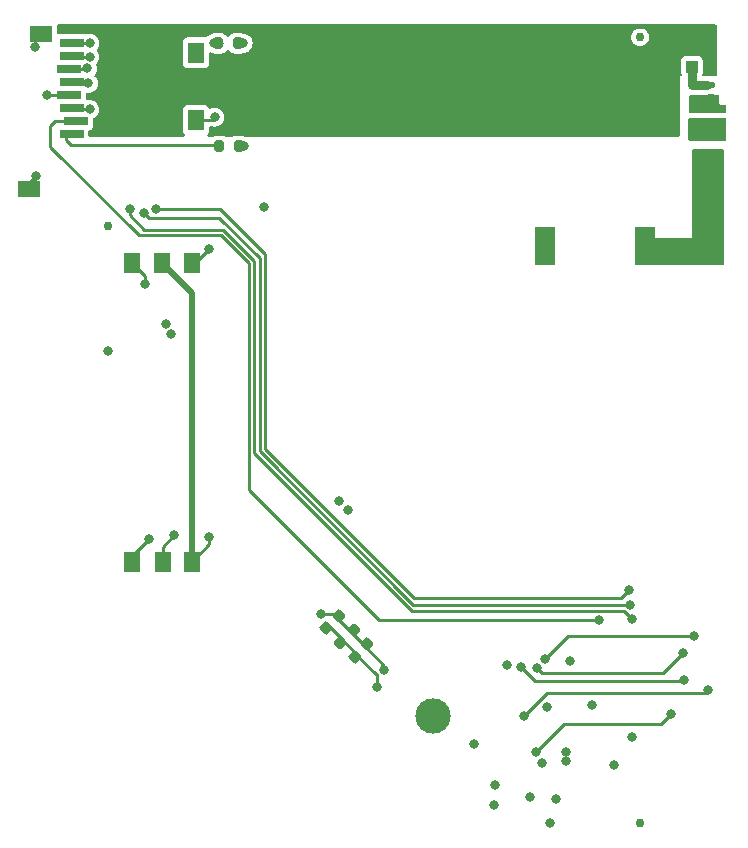
<source format=gbr>
G04 #@! TF.GenerationSoftware,KiCad,Pcbnew,6.0.0+dfsg1-2*
G04 #@! TF.CreationDate,2022-02-08T13:12:27-05:00*
G04 #@! TF.ProjectId,RUSP_Daughterboard,52555350-5f44-4617-9567-68746572626f,rev?*
G04 #@! TF.SameCoordinates,Original*
G04 #@! TF.FileFunction,Copper,L1,Top*
G04 #@! TF.FilePolarity,Positive*
%FSLAX46Y46*%
G04 Gerber Fmt 4.6, Leading zero omitted, Abs format (unit mm)*
G04 Created by KiCad (PCBNEW 6.0.0+dfsg1-2) date 2022-02-08 13:12:27*
%MOMM*%
%LPD*%
G01*
G04 APERTURE LIST*
G04 Aperture macros list*
%AMRoundRect*
0 Rectangle with rounded corners*
0 $1 Rounding radius*
0 $2 $3 $4 $5 $6 $7 $8 $9 X,Y pos of 4 corners*
0 Add a 4 corners polygon primitive as box body*
4,1,4,$2,$3,$4,$5,$6,$7,$8,$9,$2,$3,0*
0 Add four circle primitives for the rounded corners*
1,1,$1+$1,$2,$3*
1,1,$1+$1,$4,$5*
1,1,$1+$1,$6,$7*
1,1,$1+$1,$8,$9*
0 Add four rect primitives between the rounded corners*
20,1,$1+$1,$2,$3,$4,$5,0*
20,1,$1+$1,$4,$5,$6,$7,0*
20,1,$1+$1,$6,$7,$8,$9,0*
20,1,$1+$1,$8,$9,$2,$3,0*%
G04 Aperture macros list end*
G04 #@! TA.AperFunction,SMDPad,CuDef*
%ADD10RoundRect,0.200000X0.200000X0.275000X-0.200000X0.275000X-0.200000X-0.275000X0.200000X-0.275000X0*%
G04 #@! TD*
G04 #@! TA.AperFunction,SMDPad,CuDef*
%ADD11RoundRect,0.218750X-0.026517X0.335876X-0.335876X0.026517X0.026517X-0.335876X0.335876X-0.026517X0*%
G04 #@! TD*
G04 #@! TA.AperFunction,SMDPad,CuDef*
%ADD12RoundRect,0.225000X-0.017678X0.335876X-0.335876X0.017678X0.017678X-0.335876X0.335876X-0.017678X0*%
G04 #@! TD*
G04 #@! TA.AperFunction,SMDPad,CuDef*
%ADD13C,0.750000*%
G04 #@! TD*
G04 #@! TA.AperFunction,SMDPad,CuDef*
%ADD14R,2.000000X0.800000*%
G04 #@! TD*
G04 #@! TA.AperFunction,SMDPad,CuDef*
%ADD15R,1.400000X1.800000*%
G04 #@! TD*
G04 #@! TA.AperFunction,SMDPad,CuDef*
%ADD16R,1.900000X1.400000*%
G04 #@! TD*
G04 #@! TA.AperFunction,ComponentPad*
%ADD17C,3.000000*%
G04 #@! TD*
G04 #@! TA.AperFunction,SMDPad,CuDef*
%ADD18RoundRect,0.140000X0.170000X-0.140000X0.170000X0.140000X-0.170000X0.140000X-0.170000X-0.140000X0*%
G04 #@! TD*
G04 #@! TA.AperFunction,SMDPad,CuDef*
%ADD19RoundRect,0.218750X0.218750X0.256250X-0.218750X0.256250X-0.218750X-0.256250X0.218750X-0.256250X0*%
G04 #@! TD*
G04 #@! TA.AperFunction,SMDPad,CuDef*
%ADD20RoundRect,0.218750X0.256250X-0.218750X0.256250X0.218750X-0.256250X0.218750X-0.256250X-0.218750X0*%
G04 #@! TD*
G04 #@! TA.AperFunction,SMDPad,CuDef*
%ADD21R,1.000000X1.000000*%
G04 #@! TD*
G04 #@! TA.AperFunction,SMDPad,CuDef*
%ADD22R,1.050000X2.200000*%
G04 #@! TD*
G04 #@! TA.AperFunction,SMDPad,CuDef*
%ADD23R,1.700000X3.200000*%
G04 #@! TD*
G04 #@! TA.AperFunction,ViaPad*
%ADD24C,0.800000*%
G04 #@! TD*
G04 #@! TA.AperFunction,Conductor*
%ADD25C,0.250000*%
G04 #@! TD*
G04 #@! TA.AperFunction,Conductor*
%ADD26C,0.500000*%
G04 #@! TD*
G04 #@! TA.AperFunction,Conductor*
%ADD27C,0.750000*%
G04 #@! TD*
G04 APERTURE END LIST*
D10*
X137525000Y-79700000D03*
X135875000Y-79700000D03*
X137440000Y-71000000D03*
X135790000Y-71000000D03*
D11*
X147246847Y-120653153D03*
X146133153Y-121766847D03*
D12*
X146028008Y-119451992D03*
X144931992Y-120548008D03*
X148428008Y-121881992D03*
X147331992Y-122978008D03*
D13*
X171500000Y-70500000D03*
X126500000Y-86500000D03*
D14*
X123375000Y-78690000D03*
X123775000Y-77590000D03*
X123375000Y-76490000D03*
X123175000Y-75390000D03*
X123375000Y-74290000D03*
X123175000Y-73190000D03*
X123375000Y-72090000D03*
X123375000Y-70990000D03*
D15*
X133925000Y-71800000D03*
X133925000Y-77500000D03*
D16*
X120775000Y-70200000D03*
X119775000Y-83350000D03*
D17*
X154000000Y-128000000D03*
D13*
X171500000Y-137000000D03*
D15*
X128480000Y-89613500D03*
X131020000Y-89613500D03*
X133560000Y-89613500D03*
X128480000Y-114886500D03*
X131083500Y-114886500D03*
X133560000Y-114886500D03*
D18*
X177530000Y-75530000D03*
X177530000Y-74570000D03*
D19*
X176047500Y-76100000D03*
X174472500Y-76100000D03*
D18*
X177520000Y-77555000D03*
X177520000Y-76595000D03*
D20*
X177580000Y-80447500D03*
X177580000Y-78872500D03*
D19*
X176037500Y-77800000D03*
X174462500Y-77800000D03*
D21*
X175900000Y-73000000D03*
X175900000Y-70000000D03*
D22*
X177375000Y-71500000D03*
X174425000Y-71500000D03*
D23*
X171950000Y-88200000D03*
X163450000Y-88200000D03*
D24*
X159132660Y-135507340D03*
X124723699Y-73134294D03*
X120300000Y-71300000D03*
X135000000Y-88400000D03*
X165600000Y-123300000D03*
X149225010Y-125524888D03*
X157480000Y-130302000D03*
X170800000Y-129700000D03*
X146050000Y-109728000D03*
X146812000Y-110490000D03*
X120396006Y-82200000D03*
X174149991Y-127749991D03*
X162700000Y-131000000D03*
X161400000Y-123800000D03*
X175200000Y-124900000D03*
X161694805Y-127925000D03*
X160200000Y-123600000D03*
X177300000Y-125800000D03*
X139700000Y-84836000D03*
X138000000Y-79700000D03*
X121300000Y-75400000D03*
X169300000Y-132100000D03*
X159200000Y-133800000D03*
X137900000Y-71000000D03*
X129537660Y-85362340D03*
X170650000Y-118550000D03*
X124800000Y-74400000D03*
X124909034Y-72152125D03*
X130481712Y-85032505D03*
X170600000Y-117250000D03*
X135500000Y-77250000D03*
X163600000Y-127200000D03*
X124900000Y-76600000D03*
X170800000Y-119750000D03*
X128300000Y-85000000D03*
X168000000Y-119800000D03*
X163500000Y-123100000D03*
X176100000Y-121200000D03*
X129600000Y-91400000D03*
X164400000Y-134974990D03*
X126437701Y-97037701D03*
X129900000Y-113000000D03*
X163200000Y-131900000D03*
X163900000Y-137025010D03*
X132029325Y-112674990D03*
X144500000Y-119300000D03*
X135010743Y-112824979D03*
X149855726Y-124068501D03*
X162200000Y-134800000D03*
X135400000Y-71000000D03*
X124900000Y-71000000D03*
X165201292Y-131775010D03*
X131400000Y-94800000D03*
X131826000Y-95600000D03*
X165201292Y-131001292D03*
X167400000Y-127000000D03*
X162775000Y-123900000D03*
X175124500Y-122600000D03*
D25*
X149855726Y-124068501D02*
X149855726Y-123684478D01*
X149855726Y-123684478D02*
X148040624Y-121869376D01*
X148040624Y-121869376D02*
X148040624Y-121839376D01*
X148040624Y-121839376D02*
X145861837Y-119660589D01*
X145861837Y-119660589D02*
X145819411Y-119660589D01*
X145535894Y-119377072D02*
X145535894Y-119300000D01*
X145535894Y-119300000D02*
X144500000Y-119300000D01*
X145819411Y-119660589D02*
X145535894Y-119377072D01*
X177100000Y-126000000D02*
X163619805Y-126000000D01*
X177300000Y-125800000D02*
X177100000Y-126000000D01*
X163619805Y-126000000D02*
X161694805Y-127925000D01*
X146229376Y-121470624D02*
X146229376Y-121428198D01*
X146229376Y-121428198D02*
X145140589Y-120339411D01*
X147319376Y-122590624D02*
X147319376Y-122560624D01*
X147319376Y-122560624D02*
X146229376Y-121470624D01*
X149225010Y-124425010D02*
X149153762Y-124425010D01*
X149153762Y-124425010D02*
X147319376Y-122590624D01*
X124900000Y-71000000D02*
X124890000Y-70990000D01*
X124890000Y-70990000D02*
X122875000Y-70990000D01*
X124909034Y-72152125D02*
X123002125Y-72152125D01*
X123002125Y-72152125D02*
X122950000Y-72100000D01*
X124723699Y-73134294D02*
X124667993Y-73190000D01*
X124667993Y-73190000D02*
X122675000Y-73190000D01*
X124800000Y-74400000D02*
X122800000Y-74400000D01*
X122800000Y-74400000D02*
X122700000Y-74300000D01*
X124900000Y-76600000D02*
X124850000Y-76550000D01*
X124850000Y-76550000D02*
X122900000Y-76550000D01*
X133560000Y-89613500D02*
X133786500Y-89613500D01*
X120275000Y-70200000D02*
X120275000Y-71275000D01*
X120275000Y-71275000D02*
X120300000Y-71300000D01*
X149225010Y-124425010D02*
X149225010Y-125524888D01*
X119275000Y-83350000D02*
X120396006Y-82228994D01*
X133786500Y-89613500D02*
X135000000Y-88400000D01*
X120396006Y-82228994D02*
X120396006Y-82200000D01*
X165044989Y-128655011D02*
X162700000Y-131000000D01*
X173244971Y-128655011D02*
X165044989Y-128655011D01*
X174149991Y-127749991D02*
X173244971Y-128655011D01*
X162600000Y-125000000D02*
X161400000Y-123800000D01*
X175200000Y-124900000D02*
X175100000Y-125000000D01*
X175100000Y-125000000D02*
X162600000Y-125000000D01*
X137185000Y-79700000D02*
X138000000Y-79700000D01*
X137100000Y-71000000D02*
X137900000Y-71000000D01*
X122675000Y-75390000D02*
X121310000Y-75390000D01*
X121310000Y-75390000D02*
X121300000Y-75400000D01*
X139300000Y-105536410D02*
X139300000Y-89200000D01*
X129937659Y-85762339D02*
X129537660Y-85362340D01*
X139300000Y-89200000D02*
X135862339Y-85762339D01*
X135862339Y-85762339D02*
X129937659Y-85762339D01*
X170650000Y-118550000D02*
X152313590Y-118550000D01*
X152313590Y-118550000D02*
X139300000Y-105536410D01*
X135932505Y-85032505D02*
X130481712Y-85032505D01*
X170600000Y-117250000D02*
X169895216Y-117954784D01*
X139750000Y-105350000D02*
X139750000Y-88850000D01*
X139750000Y-88850000D02*
X135932505Y-85032505D01*
X169895216Y-117954784D02*
X152354784Y-117954784D01*
X152354784Y-117954784D02*
X139750000Y-105350000D01*
X135250000Y-77500000D02*
X135500000Y-77250000D01*
X133425000Y-77500000D02*
X135250000Y-77500000D01*
X138849991Y-105722811D02*
X138849991Y-89399990D01*
X129509316Y-86775001D02*
X128300000Y-85565685D01*
X170124998Y-119074998D02*
X152202178Y-119074998D01*
X170800000Y-119750000D02*
X170124998Y-119074998D01*
X136225001Y-86775001D02*
X129509316Y-86775001D01*
X128300000Y-85565685D02*
X128300000Y-85000000D01*
X152202178Y-119074998D02*
X138849991Y-105722811D01*
X138849991Y-89399990D02*
X136225001Y-86775001D01*
X138399980Y-89586390D02*
X138399980Y-108790978D01*
X138399980Y-108790978D02*
X149409002Y-119800000D01*
X136063590Y-87250000D02*
X138399980Y-89586390D01*
X129050000Y-87250000D02*
X136063590Y-87250000D01*
X123275000Y-77590000D02*
X121989998Y-77590000D01*
X121549999Y-79749999D02*
X129050000Y-87250000D01*
X121549999Y-78029999D02*
X121549999Y-79749999D01*
X149409002Y-119800000D02*
X168000000Y-119800000D01*
X121989998Y-77590000D02*
X121549999Y-78029999D01*
X176100000Y-121200000D02*
X165400000Y-121200000D01*
X165400000Y-121200000D02*
X163500000Y-123100000D01*
X129600000Y-90733500D02*
X129600000Y-91400000D01*
X128480000Y-89613500D02*
X129600000Y-90733500D01*
X128480000Y-114420000D02*
X129900000Y-113000000D01*
X128480000Y-114886500D02*
X128480000Y-114420000D01*
X131083500Y-113620815D02*
X132029325Y-112674990D01*
X131083500Y-114886500D02*
X131083500Y-113620815D01*
D26*
X133560000Y-92160000D02*
X131200000Y-89800000D01*
X133560000Y-114886500D02*
X133560000Y-92160000D01*
D25*
X135010743Y-113435757D02*
X135010743Y-112824979D01*
X133560000Y-114886500D02*
X135010743Y-113435757D01*
X122875000Y-79225000D02*
X123300000Y-79650000D01*
X123300000Y-79650000D02*
X136150000Y-79650000D01*
X122875000Y-78690000D02*
X122875000Y-79225000D01*
X136130000Y-71000000D02*
X135400000Y-71000000D01*
X173424501Y-124299999D02*
X163174999Y-124299999D01*
X163174999Y-124299999D02*
X162775000Y-123900000D01*
X175124500Y-122600000D02*
X173424501Y-124299999D01*
D27*
X175965000Y-74565000D02*
X175900000Y-74500000D01*
X177200000Y-74565000D02*
X175965000Y-74565000D01*
X175900000Y-74500000D02*
X175900000Y-72900000D01*
G04 #@! TA.AperFunction,Conductor*
G36*
X178159191Y-75418907D02*
G01*
X178195155Y-75468407D01*
X178200000Y-75499000D01*
X178200000Y-75994123D01*
X178199955Y-76045449D01*
X178204781Y-76055498D01*
X178204781Y-76055500D01*
X178205185Y-76056341D01*
X178212463Y-76077183D01*
X178212670Y-76078093D01*
X178212672Y-76078096D01*
X178215150Y-76088962D01*
X178222097Y-76097680D01*
X178222520Y-76098211D01*
X178234334Y-76117046D01*
X178234625Y-76117653D01*
X178234628Y-76117657D01*
X178239453Y-76127705D01*
X178248893Y-76135254D01*
X178264484Y-76150872D01*
X178272015Y-76160323D01*
X178282058Y-76165167D01*
X178282663Y-76165459D01*
X178301478Y-76177308D01*
X178302005Y-76177730D01*
X178302010Y-76177732D01*
X178310715Y-76184694D01*
X178322405Y-76187382D01*
X178322492Y-76187402D01*
X178343318Y-76194715D01*
X178354202Y-76199965D01*
X178365347Y-76199975D01*
X178365348Y-76199975D01*
X178377213Y-76199985D01*
X178377211Y-76201730D01*
X178377277Y-76201724D01*
X178377277Y-76200000D01*
X178394123Y-76200000D01*
X178445160Y-76200045D01*
X178445449Y-76200045D01*
X178445537Y-76200003D01*
X178445561Y-76200000D01*
X178701000Y-76200000D01*
X178759191Y-76218907D01*
X178795155Y-76268407D01*
X178800000Y-76299000D01*
X178800000Y-76801000D01*
X178781093Y-76859191D01*
X178731593Y-76895155D01*
X178701000Y-76900000D01*
X175752963Y-76900000D01*
X175694772Y-76881093D01*
X175658808Y-76831593D01*
X175653963Y-76801000D01*
X175653963Y-75499000D01*
X175672870Y-75440809D01*
X175722370Y-75404845D01*
X175752963Y-75400000D01*
X178101000Y-75400000D01*
X178159191Y-75418907D01*
G37*
G04 #@! TD.AperFunction*
G04 #@! TA.AperFunction,Conductor*
G36*
X178759191Y-77318907D02*
G01*
X178795155Y-77368407D01*
X178800000Y-77399000D01*
X178800000Y-79141000D01*
X178781093Y-79199191D01*
X178731593Y-79235155D01*
X178701000Y-79240000D01*
X175705719Y-79240000D01*
X175647528Y-79221093D01*
X175611564Y-79171593D01*
X175606720Y-79141361D01*
X175600363Y-77399361D01*
X175619057Y-77341102D01*
X175668426Y-77304958D01*
X175699362Y-77300000D01*
X178701000Y-77300000D01*
X178759191Y-77318907D01*
G37*
G04 #@! TD.AperFunction*
G04 #@! TA.AperFunction,Conductor*
G36*
X178542121Y-79960002D02*
G01*
X178588614Y-80013658D01*
X178600000Y-80066000D01*
X178600000Y-89647214D01*
X178579998Y-89715335D01*
X178526342Y-89761828D01*
X178474000Y-89773214D01*
X171426000Y-89773214D01*
X171357879Y-89753212D01*
X171311386Y-89699556D01*
X171300000Y-89647214D01*
X171300000Y-87599214D01*
X171320002Y-87531093D01*
X171373658Y-87484600D01*
X171426000Y-87473214D01*
X175900000Y-87473214D01*
X175880335Y-80066334D01*
X175900157Y-79998161D01*
X175953689Y-79951526D01*
X176006335Y-79940000D01*
X178474000Y-79940000D01*
X178542121Y-79960002D01*
G37*
G04 #@! TD.AperFunction*
G04 #@! TA.AperFunction,Conductor*
G36*
X177942121Y-69420002D02*
G01*
X177988614Y-69473658D01*
X178000000Y-69526000D01*
X178000000Y-73674000D01*
X177979998Y-73742121D01*
X177926342Y-73788614D01*
X177874000Y-73800000D01*
X177340176Y-73800000D01*
X177324384Y-73799006D01*
X177249137Y-73789500D01*
X176904089Y-73789500D01*
X176835968Y-73769498D01*
X176789475Y-73715842D01*
X176779371Y-73645568D01*
X176782772Y-73630944D01*
X176785646Y-73625304D01*
X176800500Y-73531519D01*
X176800499Y-72468482D01*
X176785646Y-72374696D01*
X176728050Y-72261658D01*
X176638342Y-72171950D01*
X176525304Y-72114354D01*
X176515515Y-72112804D01*
X176515513Y-72112803D01*
X176488151Y-72108470D01*
X176431519Y-72099500D01*
X175900108Y-72099500D01*
X175368482Y-72099501D01*
X175363589Y-72100276D01*
X175363588Y-72100276D01*
X175284494Y-72112802D01*
X175284492Y-72112803D01*
X175274696Y-72114354D01*
X175161658Y-72171950D01*
X175071950Y-72261658D01*
X175014354Y-72374696D01*
X174999500Y-72468481D01*
X174999501Y-73531518D01*
X175014354Y-73625304D01*
X175018855Y-73634137D01*
X175019215Y-73635246D01*
X175021242Y-73706213D01*
X174984579Y-73767011D01*
X174934881Y-73795077D01*
X174918116Y-73800000D01*
X174900000Y-73800000D01*
X174900000Y-78774000D01*
X174879998Y-78842121D01*
X174826342Y-78888614D01*
X174774000Y-78900000D01*
X138059615Y-78900000D01*
X138044698Y-78899114D01*
X138033702Y-78897803D01*
X138000401Y-78889098D01*
X137889391Y-78843116D01*
X137881762Y-78839956D01*
X137778353Y-78826342D01*
X137768448Y-78825038D01*
X137768447Y-78825038D01*
X137764361Y-78824500D01*
X137525030Y-78824500D01*
X137285640Y-78824501D01*
X137281556Y-78825039D01*
X137281550Y-78825039D01*
X137176425Y-78838878D01*
X137176423Y-78838878D01*
X137168238Y-78839956D01*
X137049599Y-78889098D01*
X137046434Y-78890409D01*
X136998216Y-78900000D01*
X136401784Y-78900000D01*
X136353566Y-78890409D01*
X136239391Y-78843116D01*
X136231762Y-78839956D01*
X136128353Y-78826342D01*
X136118448Y-78825038D01*
X136118447Y-78825038D01*
X136114361Y-78824500D01*
X135875030Y-78824500D01*
X135635640Y-78824501D01*
X135631556Y-78825039D01*
X135631550Y-78825039D01*
X135526425Y-78838878D01*
X135526423Y-78838878D01*
X135518238Y-78839956D01*
X135399599Y-78889098D01*
X135396434Y-78890409D01*
X135348216Y-78900000D01*
X134995582Y-78900000D01*
X134927461Y-78879998D01*
X134880968Y-78826342D01*
X134870864Y-78756068D01*
X134900358Y-78691488D01*
X134906487Y-78684905D01*
X134953050Y-78638342D01*
X135010646Y-78525304D01*
X135025500Y-78431519D01*
X135025500Y-78151500D01*
X135045502Y-78083379D01*
X135099158Y-78036886D01*
X135151500Y-78025500D01*
X135235564Y-78025500D01*
X135240796Y-78025609D01*
X135280179Y-78027260D01*
X135301679Y-78030358D01*
X135305116Y-78031636D01*
X135387769Y-78042664D01*
X135476149Y-78054457D01*
X135476153Y-78054457D01*
X135483130Y-78055388D01*
X135490142Y-78054750D01*
X135490146Y-78054750D01*
X135654960Y-78039751D01*
X135654961Y-78039751D01*
X135661981Y-78039112D01*
X135832782Y-77983615D01*
X135871721Y-77960403D01*
X135980992Y-77895265D01*
X135980994Y-77895264D01*
X135987044Y-77891657D01*
X136117099Y-77767807D01*
X136137571Y-77736995D01*
X136171408Y-77686065D01*
X136216483Y-77618222D01*
X136268528Y-77481213D01*
X136277757Y-77456919D01*
X136277758Y-77456914D01*
X136280257Y-77450336D01*
X136281237Y-77443364D01*
X136304700Y-77276416D01*
X136304700Y-77276411D01*
X136305251Y-77272493D01*
X136305565Y-77250000D01*
X136285546Y-77071528D01*
X136280260Y-77056347D01*
X136228803Y-76908584D01*
X136226485Y-76901927D01*
X136131316Y-76749625D01*
X136036522Y-76654167D01*
X136009733Y-76627190D01*
X136009729Y-76627187D01*
X136004770Y-76622193D01*
X135976322Y-76604139D01*
X135920135Y-76568482D01*
X135853136Y-76525963D01*
X135776132Y-76498543D01*
X135690586Y-76468081D01*
X135690581Y-76468080D01*
X135683951Y-76465719D01*
X135676965Y-76464886D01*
X135676961Y-76464885D01*
X135549177Y-76449648D01*
X135505624Y-76444455D01*
X135498621Y-76445191D01*
X135498620Y-76445191D01*
X135334025Y-76462490D01*
X135334021Y-76462491D01*
X135327017Y-76463227D01*
X135157007Y-76521103D01*
X135156080Y-76518380D01*
X135098706Y-76527298D01*
X135033793Y-76498543D01*
X135002949Y-76459589D01*
X134953050Y-76361658D01*
X134863342Y-76271950D01*
X134750304Y-76214354D01*
X134740515Y-76212804D01*
X134740513Y-76212803D01*
X134713151Y-76208470D01*
X134656519Y-76199500D01*
X133925148Y-76199500D01*
X133193482Y-76199501D01*
X133188589Y-76200276D01*
X133188588Y-76200276D01*
X133109494Y-76212802D01*
X133109492Y-76212803D01*
X133099696Y-76214354D01*
X132986658Y-76271950D01*
X132896950Y-76361658D01*
X132839354Y-76474696D01*
X132824500Y-76568481D01*
X132824501Y-78431518D01*
X132839354Y-78525304D01*
X132896950Y-78638342D01*
X132943513Y-78684905D01*
X132977539Y-78747217D01*
X132972474Y-78818032D01*
X132929927Y-78874868D01*
X132863407Y-78899679D01*
X132854418Y-78900000D01*
X124901500Y-78900000D01*
X124833379Y-78879998D01*
X124786886Y-78826342D01*
X124775500Y-78774000D01*
X124775499Y-78503027D01*
X124795501Y-78434907D01*
X124849156Y-78388414D01*
X124881789Y-78378578D01*
X124883196Y-78378355D01*
X124890507Y-78377198D01*
X124890510Y-78377197D01*
X124900304Y-78375646D01*
X125013342Y-78318050D01*
X125103050Y-78228342D01*
X125160646Y-78115304D01*
X125175500Y-78021519D01*
X125175499Y-77439340D01*
X125195501Y-77371219D01*
X125236981Y-77331112D01*
X125335316Y-77272493D01*
X125380992Y-77245265D01*
X125380994Y-77245264D01*
X125387044Y-77241657D01*
X125517099Y-77117807D01*
X125532392Y-77094790D01*
X125612582Y-76974093D01*
X125616483Y-76968222D01*
X125634224Y-76921518D01*
X125677757Y-76806919D01*
X125677758Y-76806914D01*
X125680257Y-76800336D01*
X125681237Y-76793364D01*
X125704700Y-76626416D01*
X125704700Y-76626411D01*
X125705251Y-76622493D01*
X125705403Y-76611576D01*
X125705510Y-76603963D01*
X125705510Y-76603958D01*
X125705565Y-76600000D01*
X125685546Y-76421528D01*
X125679786Y-76404986D01*
X125633458Y-76271950D01*
X125626485Y-76251927D01*
X125597006Y-76204750D01*
X125535049Y-76105599D01*
X125531316Y-76099625D01*
X125432384Y-76000000D01*
X125409733Y-75977190D01*
X125409729Y-75977187D01*
X125404770Y-75972193D01*
X125253136Y-75875963D01*
X125223352Y-75865357D01*
X125090586Y-75818081D01*
X125090581Y-75818080D01*
X125083951Y-75815719D01*
X125076965Y-75814886D01*
X125076961Y-75814885D01*
X124949177Y-75799648D01*
X124905624Y-75794455D01*
X124730321Y-75812880D01*
X124660484Y-75800108D01*
X124628057Y-75776665D01*
X124613342Y-75761950D01*
X124616005Y-75759287D01*
X124584078Y-75717869D01*
X124575500Y-75672174D01*
X124575500Y-75560476D01*
X124575499Y-75321612D01*
X124595501Y-75253493D01*
X124649156Y-75207000D01*
X124718162Y-75196720D01*
X124756404Y-75201822D01*
X124783130Y-75205388D01*
X124790142Y-75204750D01*
X124790146Y-75204750D01*
X124954960Y-75189751D01*
X124954961Y-75189751D01*
X124961981Y-75189112D01*
X125132782Y-75133615D01*
X125138833Y-75130008D01*
X125280992Y-75045265D01*
X125280994Y-75045264D01*
X125287044Y-75041657D01*
X125417099Y-74917807D01*
X125431066Y-74896786D01*
X125470652Y-74837203D01*
X125516483Y-74768222D01*
X125551973Y-74674794D01*
X125577757Y-74606919D01*
X125577758Y-74606914D01*
X125580257Y-74600336D01*
X125605251Y-74422493D01*
X125605565Y-74400000D01*
X125585546Y-74221528D01*
X125526485Y-74051927D01*
X125431316Y-73899625D01*
X125350195Y-73817936D01*
X125316388Y-73755506D01*
X125321700Y-73684708D01*
X125340743Y-73652153D01*
X125340798Y-73652101D01*
X125344693Y-73646239D01*
X125344696Y-73646235D01*
X125405868Y-73554162D01*
X125440182Y-73502516D01*
X125454867Y-73463858D01*
X125501456Y-73341213D01*
X125501457Y-73341208D01*
X125503956Y-73334630D01*
X125528950Y-73156787D01*
X125529264Y-73134294D01*
X125509245Y-72955822D01*
X125465391Y-72829890D01*
X125461877Y-72758980D01*
X125497490Y-72697208D01*
X125526133Y-72669932D01*
X125625517Y-72520347D01*
X125640202Y-72481689D01*
X125686791Y-72359044D01*
X125686792Y-72359039D01*
X125689291Y-72352461D01*
X125700811Y-72270491D01*
X125713734Y-72178541D01*
X125713734Y-72178536D01*
X125714285Y-72174618D01*
X125714599Y-72152125D01*
X125694580Y-71973653D01*
X125635519Y-71804052D01*
X125630848Y-71796576D01*
X125544083Y-71657724D01*
X125540350Y-71651750D01*
X125535642Y-71647009D01*
X125509059Y-71581331D01*
X125522230Y-71511567D01*
X125529494Y-71499151D01*
X125574267Y-71431762D01*
X125616483Y-71368222D01*
X125646557Y-71289053D01*
X125677757Y-71206919D01*
X125677758Y-71206914D01*
X125680257Y-71200336D01*
X125693630Y-71105182D01*
X125704700Y-71026416D01*
X125704700Y-71026411D01*
X125705251Y-71022493D01*
X125705565Y-71000000D01*
X125690813Y-70868481D01*
X132824500Y-70868481D01*
X132824501Y-72731518D01*
X132825276Y-72736409D01*
X132825276Y-72736412D01*
X132829556Y-72763434D01*
X132839354Y-72825304D01*
X132896950Y-72938342D01*
X132986658Y-73028050D01*
X133099696Y-73085646D01*
X133109485Y-73087196D01*
X133109487Y-73087197D01*
X133136849Y-73091530D01*
X133193481Y-73100500D01*
X133924852Y-73100500D01*
X134656518Y-73100499D01*
X134661412Y-73099724D01*
X134740506Y-73087198D01*
X134740508Y-73087197D01*
X134750304Y-73085646D01*
X134863342Y-73028050D01*
X134953050Y-72938342D01*
X135010646Y-72825304D01*
X135025500Y-72731519D01*
X135025499Y-71896127D01*
X135045501Y-71828007D01*
X135099157Y-71781514D01*
X135169431Y-71771410D01*
X135195416Y-71778029D01*
X135198513Y-71779181D01*
X135198518Y-71779182D01*
X135205116Y-71781636D01*
X135212096Y-71782567D01*
X135212099Y-71782568D01*
X135249568Y-71787567D01*
X135286858Y-71800262D01*
X135287159Y-71799536D01*
X135433238Y-71860044D01*
X135441426Y-71861122D01*
X135546545Y-71874961D01*
X135550639Y-71875500D01*
X135789970Y-71875500D01*
X136029360Y-71875499D01*
X136033444Y-71874961D01*
X136033450Y-71874961D01*
X136138575Y-71861122D01*
X136138577Y-71861122D01*
X136146762Y-71860044D01*
X136292841Y-71799536D01*
X136418282Y-71703282D01*
X136440680Y-71674093D01*
X136514536Y-71577841D01*
X136517201Y-71579886D01*
X136557250Y-71541691D01*
X136626962Y-71528246D01*
X136692876Y-71554625D01*
X136713980Y-71578980D01*
X136715464Y-71577841D01*
X136789321Y-71674093D01*
X136811718Y-71703282D01*
X136937159Y-71799536D01*
X137083238Y-71860044D01*
X137091426Y-71861122D01*
X137196545Y-71874961D01*
X137200639Y-71875500D01*
X137439970Y-71875500D01*
X137679360Y-71875499D01*
X137683444Y-71874961D01*
X137683450Y-71874961D01*
X137788575Y-71861122D01*
X137788577Y-71861122D01*
X137796762Y-71860044D01*
X137874106Y-71828007D01*
X137923840Y-71807407D01*
X137960638Y-71798335D01*
X138054961Y-71789751D01*
X138054962Y-71789751D01*
X138061981Y-71789112D01*
X138232782Y-71733615D01*
X138275240Y-71708305D01*
X138380992Y-71645265D01*
X138380994Y-71645264D01*
X138387044Y-71641657D01*
X138517099Y-71517807D01*
X138616483Y-71368222D01*
X138646557Y-71289053D01*
X138677757Y-71206919D01*
X138677758Y-71206914D01*
X138680257Y-71200336D01*
X138693630Y-71105182D01*
X138704700Y-71026416D01*
X138704700Y-71026411D01*
X138705251Y-71022493D01*
X138705565Y-71000000D01*
X138685546Y-70821528D01*
X138669238Y-70774696D01*
X138636556Y-70680848D01*
X138626485Y-70651927D01*
X138531316Y-70499625D01*
X138521217Y-70489455D01*
X170744825Y-70489455D01*
X170745512Y-70496462D01*
X170745512Y-70496465D01*
X170753601Y-70578961D01*
X170761255Y-70657025D01*
X170814402Y-70816791D01*
X170818049Y-70822813D01*
X170818050Y-70822815D01*
X170821510Y-70828527D01*
X170901624Y-70960812D01*
X170906513Y-70965875D01*
X170906514Y-70965876D01*
X170943295Y-71003963D01*
X171018586Y-71081929D01*
X171024483Y-71085788D01*
X171153577Y-71170266D01*
X171153581Y-71170268D01*
X171159475Y-71174125D01*
X171317289Y-71232815D01*
X171324270Y-71233746D01*
X171324272Y-71233747D01*
X171369812Y-71239823D01*
X171484183Y-71255083D01*
X171491194Y-71254445D01*
X171491198Y-71254445D01*
X171644843Y-71240462D01*
X171651864Y-71239823D01*
X171658566Y-71237645D01*
X171658568Y-71237645D01*
X171805298Y-71189970D01*
X171805301Y-71189969D01*
X171811997Y-71187793D01*
X171956623Y-71101578D01*
X171961717Y-71096727D01*
X171961721Y-71096724D01*
X172073454Y-70990322D01*
X172073455Y-70990320D01*
X172078554Y-70985465D01*
X172094934Y-70960812D01*
X172125659Y-70914567D01*
X172171731Y-70845223D01*
X172231521Y-70687823D01*
X172254955Y-70521088D01*
X172255249Y-70500000D01*
X172241474Y-70377190D01*
X172237266Y-70339672D01*
X172237265Y-70339669D01*
X172236481Y-70332676D01*
X172181108Y-70173668D01*
X172091884Y-70030879D01*
X172083723Y-70022661D01*
X171978205Y-69916403D01*
X171978201Y-69916400D01*
X171973242Y-69911406D01*
X171831079Y-69821187D01*
X171672462Y-69764706D01*
X171665474Y-69763873D01*
X171665471Y-69763872D01*
X171572300Y-69752762D01*
X171505273Y-69744769D01*
X171498270Y-69745505D01*
X171498269Y-69745505D01*
X171452712Y-69750293D01*
X171337821Y-69762369D01*
X171331155Y-69764638D01*
X171331152Y-69764639D01*
X171185098Y-69814360D01*
X171185095Y-69814361D01*
X171178431Y-69816630D01*
X171172436Y-69820318D01*
X171172432Y-69820320D01*
X171041021Y-69901165D01*
X171041019Y-69901167D01*
X171035022Y-69904856D01*
X170914724Y-70022661D01*
X170823515Y-70164190D01*
X170821105Y-70170810D01*
X170821104Y-70170813D01*
X170805667Y-70213227D01*
X170765927Y-70322409D01*
X170744825Y-70489455D01*
X138521217Y-70489455D01*
X138452358Y-70420114D01*
X138409733Y-70377190D01*
X138409729Y-70377187D01*
X138404770Y-70372193D01*
X138393761Y-70365206D01*
X138337339Y-70329400D01*
X138253136Y-70275963D01*
X138083951Y-70215719D01*
X137954765Y-70200315D01*
X137921466Y-70191610D01*
X137804391Y-70143116D01*
X137796762Y-70139956D01*
X137788578Y-70138879D01*
X137788576Y-70138878D01*
X137683448Y-70125038D01*
X137683447Y-70125038D01*
X137679361Y-70124500D01*
X137440030Y-70124500D01*
X137200640Y-70124501D01*
X137196556Y-70125039D01*
X137196550Y-70125039D01*
X137091425Y-70138878D01*
X137091423Y-70138878D01*
X137083238Y-70139956D01*
X136937159Y-70200464D01*
X136914200Y-70218081D01*
X136838767Y-70275963D01*
X136811718Y-70296718D01*
X136806695Y-70303264D01*
X136778758Y-70339672D01*
X136715464Y-70422159D01*
X136712799Y-70420114D01*
X136672750Y-70458309D01*
X136603038Y-70471754D01*
X136537124Y-70445375D01*
X136516020Y-70421020D01*
X136514536Y-70422159D01*
X136423305Y-70303264D01*
X136418282Y-70296718D01*
X136391234Y-70275963D01*
X136315800Y-70218081D01*
X136292841Y-70200464D01*
X136146762Y-70139956D01*
X136138574Y-70138878D01*
X136033448Y-70125038D01*
X136033447Y-70125038D01*
X136029361Y-70124500D01*
X135790030Y-70124500D01*
X135550640Y-70124501D01*
X135546556Y-70125039D01*
X135546550Y-70125039D01*
X135441425Y-70138878D01*
X135441423Y-70138878D01*
X135433238Y-70139956D01*
X135287159Y-70200464D01*
X135286489Y-70198847D01*
X135249520Y-70210862D01*
X135242785Y-70211570D01*
X135234017Y-70212491D01*
X135234015Y-70212491D01*
X135227017Y-70213227D01*
X135172527Y-70231777D01*
X135063677Y-70268832D01*
X135063674Y-70268833D01*
X135057007Y-70271103D01*
X135051009Y-70274793D01*
X135051007Y-70274794D01*
X135023535Y-70291695D01*
X134904045Y-70365206D01*
X134899014Y-70370132D01*
X134899011Y-70370135D01*
X134796817Y-70470211D01*
X134734152Y-70503581D01*
X134688951Y-70504636D01*
X134661414Y-70500275D01*
X134661410Y-70500275D01*
X134656519Y-70499500D01*
X133925148Y-70499500D01*
X133193482Y-70499501D01*
X133188589Y-70500276D01*
X133188588Y-70500276D01*
X133109494Y-70512802D01*
X133109492Y-70512803D01*
X133099696Y-70514354D01*
X133090859Y-70518857D01*
X133090858Y-70518857D01*
X133068105Y-70530451D01*
X132986658Y-70571950D01*
X132896950Y-70661658D01*
X132839354Y-70774696D01*
X132837804Y-70784485D01*
X132837803Y-70784487D01*
X132833745Y-70810108D01*
X132824500Y-70868481D01*
X125690813Y-70868481D01*
X125685546Y-70821528D01*
X125669238Y-70774696D01*
X125636556Y-70680848D01*
X125626485Y-70651927D01*
X125531316Y-70499625D01*
X125452358Y-70420114D01*
X125409733Y-70377190D01*
X125409729Y-70377187D01*
X125404770Y-70372193D01*
X125393761Y-70365206D01*
X125337339Y-70329400D01*
X125253136Y-70275963D01*
X125196905Y-70255940D01*
X125090586Y-70218081D01*
X125090581Y-70218080D01*
X125083951Y-70215719D01*
X125076965Y-70214886D01*
X125076961Y-70214885D01*
X124937517Y-70198258D01*
X124905624Y-70194455D01*
X124898621Y-70195191D01*
X124898620Y-70195191D01*
X124734025Y-70212490D01*
X124734021Y-70212491D01*
X124727017Y-70213227D01*
X124651931Y-70238788D01*
X124581000Y-70241806D01*
X124554126Y-70231778D01*
X124500304Y-70204354D01*
X124490515Y-70202804D01*
X124490513Y-70202803D01*
X124461815Y-70198258D01*
X124406519Y-70189500D01*
X123375209Y-70189500D01*
X122343482Y-70189501D01*
X122338589Y-70190276D01*
X122338588Y-70190276D01*
X122312201Y-70194455D01*
X122271209Y-70200947D01*
X122200798Y-70191847D01*
X122146485Y-70146124D01*
X122125500Y-70076498D01*
X122125499Y-69526000D01*
X122145501Y-69457879D01*
X122199157Y-69411386D01*
X122251499Y-69400000D01*
X177874000Y-69400000D01*
X177942121Y-69420002D01*
G37*
G04 #@! TD.AperFunction*
M02*

</source>
